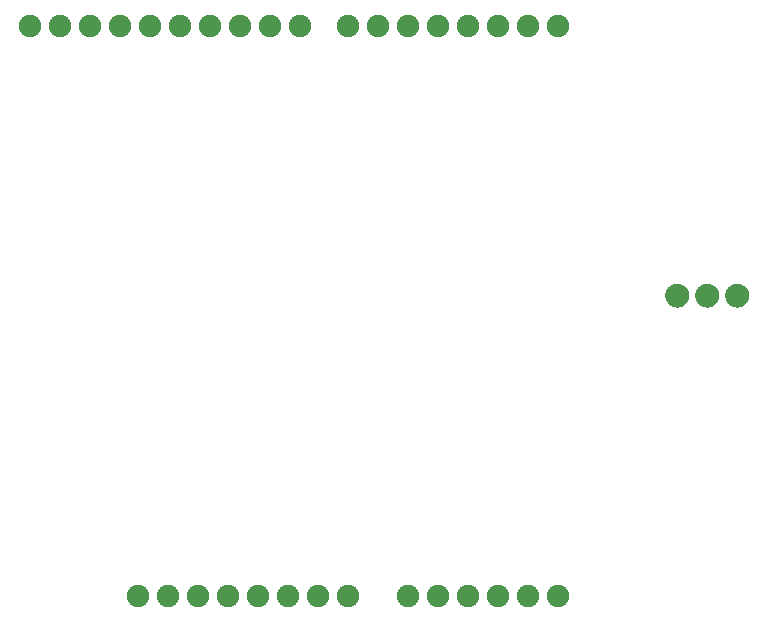
<source format=gbs>
G04 MADE WITH FRITZING*
G04 WWW.FRITZING.ORG*
G04 DOUBLE SIDED*
G04 HOLES PLATED*
G04 CONTOUR ON CENTER OF CONTOUR VECTOR*
%ASAXBY*%
%FSLAX23Y23*%
%MOIN*%
%OFA0B0*%
%SFA1.0B1.0*%
%ADD10C,0.075278*%
%ADD11R,0.001000X0.001000*%
%LNMASK0*%
G90*
G70*
G54D10*
X2188Y190D03*
X2288Y190D03*
X2388Y190D03*
X2488Y190D03*
X2588Y190D03*
X1728Y2090D03*
X1628Y2090D03*
X1528Y2090D03*
X1428Y2090D03*
X1328Y2090D03*
X1228Y2090D03*
X1128Y2090D03*
X1028Y2090D03*
X928Y2090D03*
X828Y2090D03*
X2588Y2090D03*
X2488Y2090D03*
X2388Y2090D03*
X2288Y2090D03*
X2188Y2090D03*
X2088Y2090D03*
X1988Y2090D03*
X1888Y2090D03*
X1288Y190D03*
X1188Y190D03*
X1388Y190D03*
X1488Y190D03*
X1588Y190D03*
X1688Y190D03*
X1788Y190D03*
X1888Y190D03*
X2088Y190D03*
G54D11*
X2981Y1230D02*
X2992Y1230D01*
X3081Y1230D02*
X3092Y1230D01*
X3181Y1230D02*
X3192Y1230D01*
X2977Y1229D02*
X2997Y1229D01*
X3077Y1229D02*
X3097Y1229D01*
X3177Y1229D02*
X3197Y1229D01*
X2973Y1228D02*
X3000Y1228D01*
X3073Y1228D02*
X3100Y1228D01*
X3173Y1228D02*
X3200Y1228D01*
X2971Y1227D02*
X3003Y1227D01*
X3071Y1227D02*
X3103Y1227D01*
X3171Y1227D02*
X3203Y1227D01*
X2969Y1226D02*
X3005Y1226D01*
X3069Y1226D02*
X3105Y1226D01*
X3169Y1226D02*
X3205Y1226D01*
X2967Y1225D02*
X3007Y1225D01*
X3067Y1225D02*
X3107Y1225D01*
X3167Y1225D02*
X3207Y1225D01*
X2966Y1224D02*
X3008Y1224D01*
X3066Y1224D02*
X3108Y1224D01*
X3166Y1224D02*
X3208Y1224D01*
X2964Y1223D02*
X3010Y1223D01*
X3064Y1223D02*
X3110Y1223D01*
X3164Y1223D02*
X3210Y1223D01*
X2963Y1222D02*
X3011Y1222D01*
X3063Y1222D02*
X3111Y1222D01*
X3163Y1222D02*
X3211Y1222D01*
X2962Y1221D02*
X3012Y1221D01*
X3062Y1221D02*
X3112Y1221D01*
X3162Y1221D02*
X3212Y1221D01*
X2960Y1220D02*
X3013Y1220D01*
X3060Y1220D02*
X3113Y1220D01*
X3160Y1220D02*
X3213Y1220D01*
X2959Y1219D02*
X3015Y1219D01*
X3059Y1219D02*
X3115Y1219D01*
X3159Y1219D02*
X3215Y1219D01*
X2958Y1218D02*
X3015Y1218D01*
X3058Y1218D02*
X3115Y1218D01*
X3158Y1218D02*
X3215Y1218D01*
X2957Y1217D02*
X3016Y1217D01*
X3057Y1217D02*
X3116Y1217D01*
X3157Y1217D02*
X3216Y1217D01*
X2957Y1216D02*
X3017Y1216D01*
X3057Y1216D02*
X3117Y1216D01*
X3157Y1216D02*
X3217Y1216D01*
X2956Y1215D02*
X3018Y1215D01*
X3056Y1215D02*
X3118Y1215D01*
X3156Y1215D02*
X3218Y1215D01*
X2955Y1214D02*
X3019Y1214D01*
X3055Y1214D02*
X3119Y1214D01*
X3155Y1214D02*
X3219Y1214D01*
X2954Y1213D02*
X3019Y1213D01*
X3054Y1213D02*
X3119Y1213D01*
X3154Y1213D02*
X3219Y1213D01*
X2954Y1212D02*
X3020Y1212D01*
X3054Y1212D02*
X3120Y1212D01*
X3154Y1212D02*
X3220Y1212D01*
X2953Y1211D02*
X3021Y1211D01*
X3053Y1211D02*
X3121Y1211D01*
X3153Y1211D02*
X3221Y1211D01*
X2953Y1210D02*
X3021Y1210D01*
X3053Y1210D02*
X3121Y1210D01*
X3153Y1210D02*
X3221Y1210D01*
X2952Y1209D02*
X3022Y1209D01*
X3052Y1209D02*
X3122Y1209D01*
X3152Y1209D02*
X3222Y1209D01*
X2951Y1208D02*
X3022Y1208D01*
X3051Y1208D02*
X3122Y1208D01*
X3151Y1208D02*
X3222Y1208D01*
X2951Y1207D02*
X3023Y1207D01*
X3051Y1207D02*
X3123Y1207D01*
X3151Y1207D02*
X3223Y1207D01*
X2951Y1206D02*
X3023Y1206D01*
X3051Y1206D02*
X3123Y1206D01*
X3151Y1206D02*
X3223Y1206D01*
X2950Y1205D02*
X3024Y1205D01*
X3050Y1205D02*
X3124Y1205D01*
X3150Y1205D02*
X3224Y1205D01*
X2950Y1204D02*
X3024Y1204D01*
X3050Y1204D02*
X3124Y1204D01*
X3150Y1204D02*
X3224Y1204D01*
X2949Y1203D02*
X3024Y1203D01*
X3049Y1203D02*
X3124Y1203D01*
X3149Y1203D02*
X3224Y1203D01*
X2949Y1202D02*
X3025Y1202D01*
X3049Y1202D02*
X3125Y1202D01*
X3149Y1202D02*
X3225Y1202D01*
X2949Y1201D02*
X3025Y1201D01*
X3049Y1201D02*
X3125Y1201D01*
X3149Y1201D02*
X3225Y1201D01*
X2949Y1200D02*
X3025Y1200D01*
X3049Y1200D02*
X3125Y1200D01*
X3149Y1200D02*
X3225Y1200D01*
X2948Y1199D02*
X3025Y1199D01*
X3048Y1199D02*
X3125Y1199D01*
X3148Y1199D02*
X3225Y1199D01*
X2948Y1198D02*
X3026Y1198D01*
X3048Y1198D02*
X3126Y1198D01*
X3148Y1198D02*
X3226Y1198D01*
X2948Y1197D02*
X3026Y1197D01*
X3048Y1197D02*
X3126Y1197D01*
X3148Y1197D02*
X3226Y1197D01*
X2948Y1196D02*
X3026Y1196D01*
X3048Y1196D02*
X3126Y1196D01*
X3148Y1196D02*
X3226Y1196D01*
X2948Y1195D02*
X3026Y1195D01*
X3048Y1195D02*
X3126Y1195D01*
X3148Y1195D02*
X3226Y1195D01*
X2948Y1194D02*
X3026Y1194D01*
X3048Y1194D02*
X3126Y1194D01*
X3148Y1194D02*
X3226Y1194D01*
X2948Y1193D02*
X3026Y1193D01*
X3048Y1193D02*
X3126Y1193D01*
X3148Y1193D02*
X3226Y1193D01*
X2948Y1192D02*
X3026Y1192D01*
X3048Y1192D02*
X3126Y1192D01*
X3147Y1192D02*
X3226Y1192D01*
X2947Y1191D02*
X3026Y1191D01*
X3047Y1191D02*
X3126Y1191D01*
X3147Y1191D02*
X3226Y1191D01*
X2947Y1190D02*
X3026Y1190D01*
X3047Y1190D02*
X3126Y1190D01*
X3147Y1190D02*
X3226Y1190D01*
X2948Y1189D02*
X3026Y1189D01*
X3048Y1189D02*
X3126Y1189D01*
X3147Y1189D02*
X3226Y1189D01*
X2948Y1188D02*
X3026Y1188D01*
X3048Y1188D02*
X3126Y1188D01*
X3148Y1188D02*
X3226Y1188D01*
X2948Y1187D02*
X3026Y1187D01*
X3048Y1187D02*
X3126Y1187D01*
X3148Y1187D02*
X3226Y1187D01*
X2948Y1186D02*
X3026Y1186D01*
X3048Y1186D02*
X3126Y1186D01*
X3148Y1186D02*
X3226Y1186D01*
X2948Y1185D02*
X3026Y1185D01*
X3048Y1185D02*
X3126Y1185D01*
X3148Y1185D02*
X3226Y1185D01*
X2948Y1184D02*
X3026Y1184D01*
X3048Y1184D02*
X3126Y1184D01*
X3148Y1184D02*
X3226Y1184D01*
X2948Y1183D02*
X3026Y1183D01*
X3048Y1183D02*
X3126Y1183D01*
X3148Y1183D02*
X3226Y1183D01*
X2948Y1182D02*
X3025Y1182D01*
X3048Y1182D02*
X3125Y1182D01*
X3148Y1182D02*
X3225Y1182D01*
X2949Y1181D02*
X3025Y1181D01*
X3049Y1181D02*
X3125Y1181D01*
X3149Y1181D02*
X3225Y1181D01*
X2949Y1180D02*
X3025Y1180D01*
X3049Y1180D02*
X3125Y1180D01*
X3149Y1180D02*
X3225Y1180D01*
X2949Y1179D02*
X3025Y1179D01*
X3049Y1179D02*
X3125Y1179D01*
X3149Y1179D02*
X3225Y1179D01*
X2950Y1178D02*
X3024Y1178D01*
X3050Y1178D02*
X3124Y1178D01*
X3149Y1178D02*
X3224Y1178D01*
X2950Y1177D02*
X3024Y1177D01*
X3050Y1177D02*
X3124Y1177D01*
X3150Y1177D02*
X3224Y1177D01*
X2950Y1176D02*
X3024Y1176D01*
X3050Y1176D02*
X3124Y1176D01*
X3150Y1176D02*
X3224Y1176D01*
X2951Y1175D02*
X3023Y1175D01*
X3051Y1175D02*
X3123Y1175D01*
X3151Y1175D02*
X3223Y1175D01*
X2951Y1174D02*
X3023Y1174D01*
X3051Y1174D02*
X3123Y1174D01*
X3151Y1174D02*
X3223Y1174D01*
X2952Y1173D02*
X3022Y1173D01*
X3052Y1173D02*
X3122Y1173D01*
X3152Y1173D02*
X3222Y1173D01*
X2952Y1172D02*
X3022Y1172D01*
X3052Y1172D02*
X3122Y1172D01*
X3152Y1172D02*
X3222Y1172D01*
X2953Y1171D02*
X3021Y1171D01*
X3053Y1171D02*
X3121Y1171D01*
X3153Y1171D02*
X3221Y1171D01*
X2953Y1170D02*
X3021Y1170D01*
X3053Y1170D02*
X3121Y1170D01*
X3153Y1170D02*
X3221Y1170D01*
X2954Y1169D02*
X3020Y1169D01*
X3054Y1169D02*
X3120Y1169D01*
X3154Y1169D02*
X3220Y1169D01*
X2955Y1168D02*
X3019Y1168D01*
X3054Y1168D02*
X3119Y1168D01*
X3154Y1168D02*
X3219Y1168D01*
X2955Y1167D02*
X3019Y1167D01*
X3055Y1167D02*
X3119Y1167D01*
X3155Y1167D02*
X3219Y1167D01*
X2956Y1166D02*
X3018Y1166D01*
X3056Y1166D02*
X3118Y1166D01*
X3156Y1166D02*
X3218Y1166D01*
X2957Y1165D02*
X3017Y1165D01*
X3057Y1165D02*
X3117Y1165D01*
X3157Y1165D02*
X3217Y1165D01*
X2958Y1164D02*
X3016Y1164D01*
X3058Y1164D02*
X3116Y1164D01*
X3158Y1164D02*
X3216Y1164D01*
X2958Y1163D02*
X3015Y1163D01*
X3058Y1163D02*
X3115Y1163D01*
X3158Y1163D02*
X3215Y1163D01*
X2959Y1162D02*
X3014Y1162D01*
X3059Y1162D02*
X3114Y1162D01*
X3159Y1162D02*
X3214Y1162D01*
X2961Y1161D02*
X3013Y1161D01*
X3061Y1161D02*
X3113Y1161D01*
X3161Y1161D02*
X3213Y1161D01*
X2962Y1160D02*
X3012Y1160D01*
X3062Y1160D02*
X3112Y1160D01*
X3162Y1160D02*
X3212Y1160D01*
X2963Y1159D02*
X3011Y1159D01*
X3063Y1159D02*
X3111Y1159D01*
X3163Y1159D02*
X3211Y1159D01*
X2964Y1158D02*
X3009Y1158D01*
X3064Y1158D02*
X3109Y1158D01*
X3164Y1158D02*
X3209Y1158D01*
X2966Y1157D02*
X3008Y1157D01*
X3066Y1157D02*
X3108Y1157D01*
X3166Y1157D02*
X3208Y1157D01*
X2967Y1156D02*
X3006Y1156D01*
X3067Y1156D02*
X3106Y1156D01*
X3167Y1156D02*
X3206Y1156D01*
X2969Y1155D02*
X3005Y1155D01*
X3069Y1155D02*
X3105Y1155D01*
X3169Y1155D02*
X3205Y1155D01*
X2971Y1154D02*
X3003Y1154D01*
X3071Y1154D02*
X3103Y1154D01*
X3171Y1154D02*
X3203Y1154D01*
X2974Y1153D02*
X3000Y1153D01*
X3074Y1153D02*
X3100Y1153D01*
X3174Y1153D02*
X3200Y1153D01*
X2977Y1152D02*
X2997Y1152D01*
X3077Y1152D02*
X3097Y1152D01*
X3177Y1152D02*
X3197Y1152D01*
X2982Y1151D02*
X2992Y1151D01*
X3082Y1151D02*
X3092Y1151D01*
X3182Y1151D02*
X3192Y1151D01*
D02*
G04 End of Mask0*
M02*
</source>
